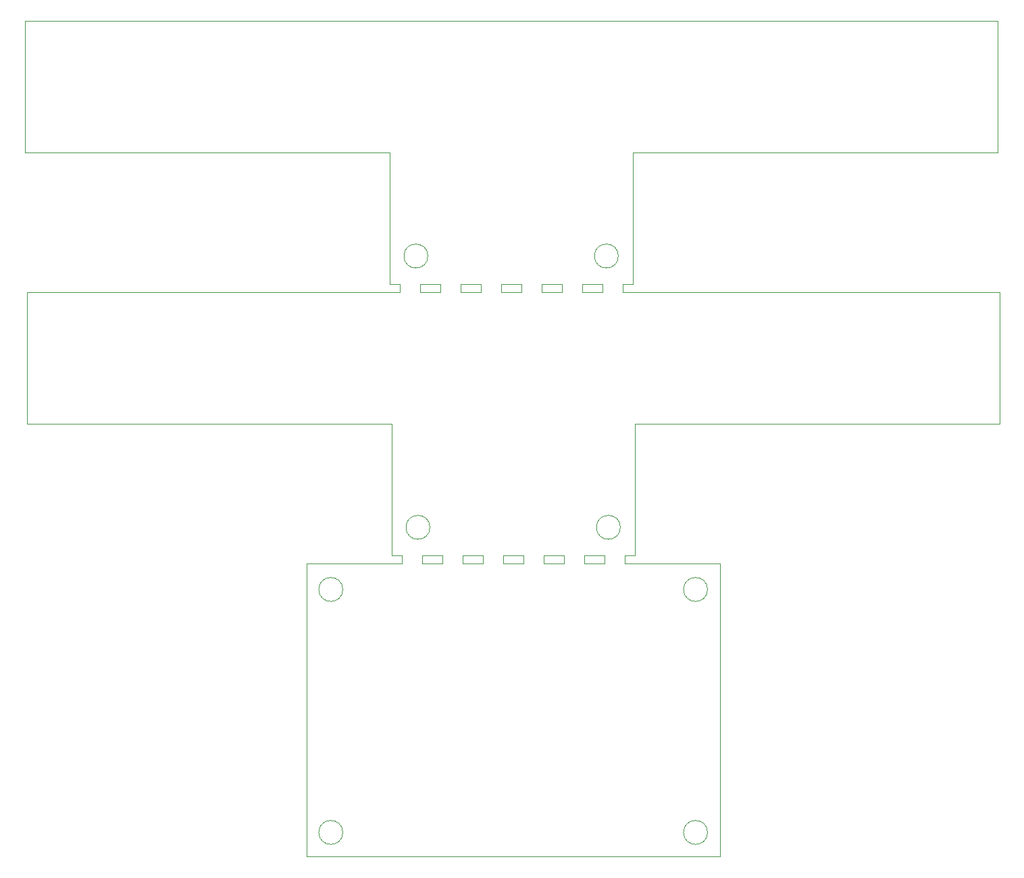
<source format=gbr>
%TF.GenerationSoftware,KiCad,Pcbnew,7.0.9*%
%TF.CreationDate,2025-02-13T17:11:31+01:00*%
%TF.ProjectId,bike lights,62696b65-206c-4696-9768-74732e6b6963,rev?*%
%TF.SameCoordinates,Original*%
%TF.FileFunction,Profile,NP*%
%FSLAX46Y46*%
G04 Gerber Fmt 4.6, Leading zero omitted, Abs format (unit mm)*
G04 Created by KiCad (PCBNEW 7.0.9) date 2025-02-13 17:11:31*
%MOMM*%
%LPD*%
G01*
G04 APERTURE LIST*
%TA.AperFunction,Profile*%
%ADD10C,0.100000*%
%TD*%
G04 APERTURE END LIST*
D10*
X174752000Y-163242000D02*
X174752000Y-126492000D01*
X157480000Y-92456000D02*
X160020000Y-92456000D01*
X157480000Y-92456000D02*
X157480000Y-91440000D01*
X152654000Y-125476000D02*
X155194000Y-125476000D01*
X133604000Y-108966000D02*
X87884000Y-108966000D01*
X127484000Y-160194000D02*
G75*
G03*
X127484000Y-160194000I-1500000J0D01*
G01*
X155194000Y-126492000D02*
X155194000Y-125476000D01*
X147320000Y-92456000D02*
X147320000Y-91440000D01*
X157480000Y-91440000D02*
X160020000Y-91440000D01*
X134620000Y-91440000D02*
X134620000Y-92456000D01*
X152400000Y-91440000D02*
X154940000Y-91440000D01*
X133350000Y-91440000D02*
X133350000Y-74930000D01*
X133604000Y-125476000D02*
X134874000Y-125476000D01*
X137414000Y-126492000D02*
X139954000Y-126492000D01*
X133604000Y-125476000D02*
X133604000Y-108966000D01*
X150114000Y-126492000D02*
X150114000Y-125476000D01*
X142494000Y-126492000D02*
X145034000Y-126492000D01*
X209550000Y-58420000D02*
X209550000Y-74930000D01*
X87630000Y-74930000D02*
X87630000Y-58420000D01*
X149860000Y-92456000D02*
X149860000Y-91440000D01*
X139954000Y-126492000D02*
X139954000Y-125476000D01*
X142240000Y-92456000D02*
X142240000Y-91440000D01*
X162814000Y-125476000D02*
X164084000Y-125476000D01*
X209804000Y-92456000D02*
X162560000Y-92456000D01*
X209804000Y-108966000D02*
X164084000Y-108966000D01*
X137160000Y-92456000D02*
X137160000Y-91440000D01*
X162560000Y-91440000D02*
X163830000Y-91440000D01*
X162814000Y-126492000D02*
X162814000Y-125476000D01*
X127484000Y-129714000D02*
G75*
G03*
X127484000Y-129714000I-1500000J0D01*
G01*
X142494000Y-125476000D02*
X145034000Y-125476000D01*
X137160000Y-92456000D02*
X139700000Y-92456000D01*
X137160000Y-91440000D02*
X139700000Y-91440000D01*
X162560000Y-92456000D02*
X162560000Y-91440000D01*
X174752000Y-126492000D02*
X162814000Y-126492000D01*
X137414000Y-125476000D02*
X139954000Y-125476000D01*
X160020000Y-92456000D02*
X160020000Y-91440000D01*
X157734000Y-125476000D02*
X160274000Y-125476000D01*
X147574000Y-125476000D02*
X150114000Y-125476000D01*
X138152000Y-87884000D02*
G75*
G03*
X138152000Y-87884000I-1500000J0D01*
G01*
X139700000Y-92456000D02*
X139700000Y-91440000D01*
X163830000Y-74930000D02*
X163830000Y-91440000D01*
X142240000Y-91440000D02*
X144780000Y-91440000D01*
X164084000Y-108966000D02*
X164084000Y-125476000D01*
X87884000Y-108966000D02*
X87884000Y-92456000D01*
X142240000Y-92456000D02*
X144780000Y-92456000D01*
X142494000Y-126492000D02*
X142494000Y-125476000D01*
X122936000Y-126492000D02*
X122936000Y-163242000D01*
X133350000Y-91440000D02*
X134620000Y-91440000D01*
X133350000Y-74930000D02*
X87630000Y-74930000D01*
X152654000Y-126492000D02*
X152654000Y-125476000D01*
X137414000Y-126492000D02*
X137414000Y-125476000D01*
X147574000Y-126492000D02*
X147574000Y-125476000D01*
X144780000Y-92456000D02*
X144780000Y-91440000D01*
X87630000Y-58420000D02*
X209550000Y-58420000D01*
X209550000Y-74930000D02*
X163830000Y-74930000D01*
X157734000Y-126492000D02*
X160274000Y-126492000D01*
X147574000Y-126492000D02*
X150114000Y-126492000D01*
X147320000Y-91440000D02*
X149860000Y-91440000D01*
X162028000Y-87884000D02*
G75*
G03*
X162028000Y-87884000I-1500000J0D01*
G01*
X209804000Y-92456000D02*
X209804000Y-108966000D01*
X162282000Y-121920000D02*
G75*
G03*
X162282000Y-121920000I-1500000J0D01*
G01*
X152400000Y-92456000D02*
X154940000Y-92456000D01*
X147320000Y-92456000D02*
X149860000Y-92456000D01*
X157734000Y-126492000D02*
X157734000Y-125476000D01*
X152400000Y-92456000D02*
X152400000Y-91440000D01*
X122936000Y-163242000D02*
X174752000Y-163242000D01*
X87884000Y-92456000D02*
X134620000Y-92456000D01*
X145034000Y-126492000D02*
X145034000Y-125476000D01*
X152654000Y-126492000D02*
X155194000Y-126492000D01*
X160274000Y-126492000D02*
X160274000Y-125476000D01*
X134874000Y-125476000D02*
X134874000Y-126492000D01*
X122936000Y-126492000D02*
X134874000Y-126492000D01*
X173204000Y-160194000D02*
G75*
G03*
X173204000Y-160194000I-1500000J0D01*
G01*
X173204000Y-129714000D02*
G75*
G03*
X173204000Y-129714000I-1500000J0D01*
G01*
X138406000Y-121920000D02*
G75*
G03*
X138406000Y-121920000I-1500000J0D01*
G01*
X154940000Y-92456000D02*
X154940000Y-91440000D01*
M02*

</source>
